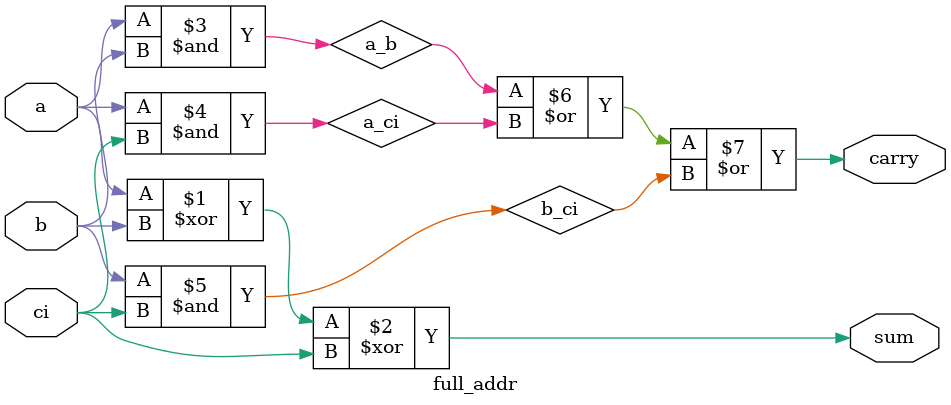
<source format=v>
module full_addr (a, b, ci, sum, carry);

input a, b, ci;
output carry, sum;
wire a_b, a_ci, b_ci;

xor (sum, a, b, ci);
and (a_b, a, b);
and (a_ci, a, ci);
and (b_ci, b, ci);
or (carry, a_b, a_ci, b_ci);

endmodule // full_addr

</source>
